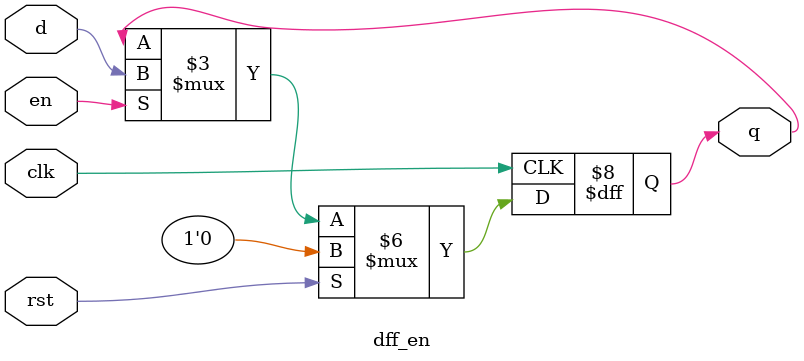
<source format=v>
module dff_en (
    input  wire clk,
    input  wire rst,     
    input  wire en,      
    input  wire d,
    output reg  q
);
    always @(posedge clk) begin
        if (rst)
            q <= 1'b0;     
        else if (en)
            q <= d;      
        else
            q <= q;      
    end
endmodule

</source>
